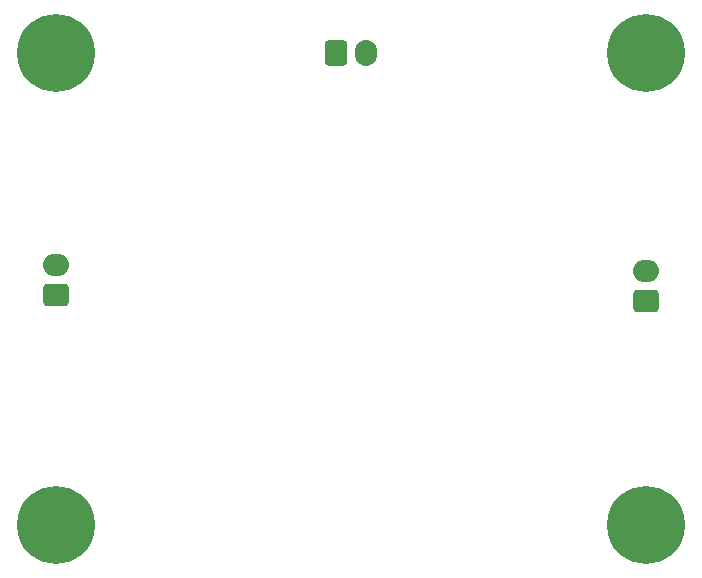
<source format=gbr>
%TF.GenerationSoftware,KiCad,Pcbnew,(6.0.9)*%
%TF.CreationDate,2023-02-16T17:01:49+01:00*%
%TF.ProjectId,TP_MCU,54505f4d-4355-42e6-9b69-6361645f7063,rev?*%
%TF.SameCoordinates,Original*%
%TF.FileFunction,Soldermask,Bot*%
%TF.FilePolarity,Negative*%
%FSLAX46Y46*%
G04 Gerber Fmt 4.6, Leading zero omitted, Abs format (unit mm)*
G04 Created by KiCad (PCBNEW (6.0.9)) date 2023-02-16 17:01:49*
%MOMM*%
%LPD*%
G01*
G04 APERTURE LIST*
G04 Aperture macros list*
%AMRoundRect*
0 Rectangle with rounded corners*
0 $1 Rounding radius*
0 $2 $3 $4 $5 $6 $7 $8 $9 X,Y pos of 4 corners*
0 Add a 4 corners polygon primitive as box body*
4,1,4,$2,$3,$4,$5,$6,$7,$8,$9,$2,$3,0*
0 Add four circle primitives for the rounded corners*
1,1,$1+$1,$2,$3*
1,1,$1+$1,$4,$5*
1,1,$1+$1,$6,$7*
1,1,$1+$1,$8,$9*
0 Add four rect primitives between the rounded corners*
20,1,$1+$1,$2,$3,$4,$5,0*
20,1,$1+$1,$4,$5,$6,$7,0*
20,1,$1+$1,$6,$7,$8,$9,0*
20,1,$1+$1,$8,$9,$2,$3,0*%
G04 Aperture macros list end*
%ADD10C,6.600000*%
%ADD11RoundRect,0.350000X-0.600000X-0.750000X0.600000X-0.750000X0.600000X0.750000X-0.600000X0.750000X0*%
%ADD12O,1.900000X2.200000*%
%ADD13RoundRect,0.350000X0.750000X-0.600000X0.750000X0.600000X-0.750000X0.600000X-0.750000X-0.600000X0*%
%ADD14O,2.200000X1.900000*%
G04 APERTURE END LIST*
D10*
%TO.C,H3*%
X110000000Y-40000000D03*
%TD*%
D11*
%TO.C,J2*%
X83750000Y-40000000D03*
D12*
X86250000Y-40000000D03*
%TD*%
D10*
%TO.C,H4*%
X110000000Y-80000000D03*
%TD*%
D13*
%TO.C,J3*%
X60000000Y-60500000D03*
D14*
X60000000Y-58000000D03*
%TD*%
D13*
%TO.C,J4*%
X110000000Y-61000000D03*
D14*
X110000000Y-58500000D03*
%TD*%
D10*
%TO.C,H1*%
X60000000Y-80000000D03*
%TD*%
%TO.C,H2*%
X60000000Y-40000000D03*
%TD*%
M02*

</source>
